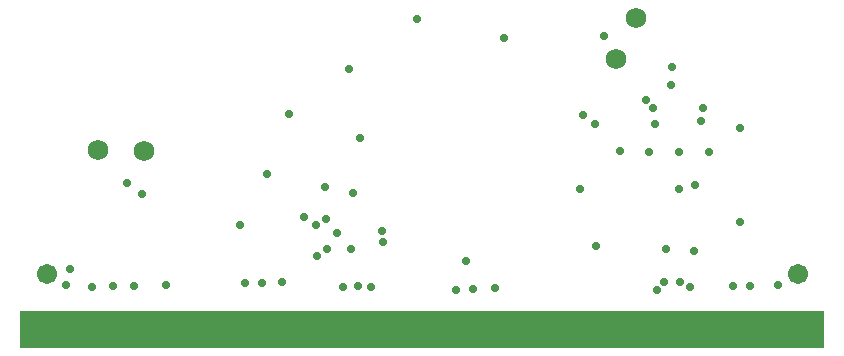
<source format=gbs>
G04*
G04 #@! TF.GenerationSoftware,Altium Limited,Altium Designer,20.0.11 (256)*
G04*
G04 Layer_Color=16711935*
%FSLAX25Y25*%
%MOIN*%
G70*
G01*
G75*
%ADD33R,0.04134X0.11417*%
%ADD34C,0.06902*%
%ADD35C,0.06706*%
%ADD36C,0.02800*%
G36*
X-984Y-984D02*
Y11024D01*
X267126D01*
Y-984D01*
X-984D01*
D02*
G37*
D33*
X9646Y5512D02*
D03*
X12008D02*
D03*
X14370D02*
D03*
X16732D02*
D03*
X19094D02*
D03*
X21457D02*
D03*
X23819D02*
D03*
X26181D02*
D03*
X28543D02*
D03*
X30906D02*
D03*
X33268D02*
D03*
X35630D02*
D03*
X37992D02*
D03*
X40354D02*
D03*
X42717D02*
D03*
X45079D02*
D03*
X47441D02*
D03*
X49803D02*
D03*
X52165D02*
D03*
X54528D02*
D03*
X71063D02*
D03*
X73425D02*
D03*
X75787D02*
D03*
X78150D02*
D03*
X80512D02*
D03*
X82874D02*
D03*
X85236D02*
D03*
X87598D02*
D03*
X89961D02*
D03*
X92323D02*
D03*
X94685D02*
D03*
X97047D02*
D03*
X99410D02*
D03*
X101772D02*
D03*
X104134D02*
D03*
X106496D02*
D03*
X108858D02*
D03*
X111221D02*
D03*
X113583D02*
D03*
X115945D02*
D03*
X118307D02*
D03*
X120669D02*
D03*
X123031D02*
D03*
X125394D02*
D03*
X127756D02*
D03*
X130118D02*
D03*
X132480D02*
D03*
X134843D02*
D03*
X137205D02*
D03*
X139567D02*
D03*
X141929D02*
D03*
X144291D02*
D03*
X146653D02*
D03*
X149016D02*
D03*
X151378D02*
D03*
X153740D02*
D03*
X156102D02*
D03*
X158465D02*
D03*
X160827D02*
D03*
X163189D02*
D03*
X165551D02*
D03*
X167913D02*
D03*
X170276D02*
D03*
X172638D02*
D03*
X175000D02*
D03*
X177362D02*
D03*
X179724D02*
D03*
X182087D02*
D03*
X184449D02*
D03*
X186811D02*
D03*
X189173D02*
D03*
X191535D02*
D03*
X193898D02*
D03*
X196260D02*
D03*
X198622D02*
D03*
X200984D02*
D03*
X203346D02*
D03*
X205709D02*
D03*
X208071D02*
D03*
X210433D02*
D03*
X212795D02*
D03*
X215158D02*
D03*
X217520D02*
D03*
X219882D02*
D03*
X222244D02*
D03*
X224606D02*
D03*
X226969D02*
D03*
X229331D02*
D03*
X231693D02*
D03*
X234055D02*
D03*
X236417D02*
D03*
X238779D02*
D03*
X241142D02*
D03*
X243504D02*
D03*
X245866D02*
D03*
X248228D02*
D03*
X250591D02*
D03*
X252953D02*
D03*
X255315D02*
D03*
X257677D02*
D03*
D34*
X25000Y64900D02*
D03*
X40400Y64400D02*
D03*
X204400Y108700D02*
D03*
X197800Y95100D02*
D03*
D35*
X7874Y23622D02*
D03*
X258268D02*
D03*
D36*
X39700Y50100D02*
D03*
X34700Y53700D02*
D03*
X223600Y31200D02*
D03*
X238900Y41000D02*
D03*
X215900Y86500D02*
D03*
X216370Y92600D02*
D03*
X225900Y74500D02*
D03*
X228800Y64300D02*
D03*
X210500Y73600D02*
D03*
X218500Y64200D02*
D03*
X209900Y78800D02*
D03*
X208600Y64300D02*
D03*
X207600Y81400D02*
D03*
X198900Y64500D02*
D03*
X226600Y79000D02*
D03*
X239100Y72200D02*
D03*
X224000Y53300D02*
D03*
X213600Y20800D02*
D03*
X211200Y18100D02*
D03*
X72200Y39800D02*
D03*
X218500Y51700D02*
D03*
X214300Y31700D02*
D03*
X185500Y51700D02*
D03*
X251600Y19800D02*
D03*
X242200Y19600D02*
D03*
X236800Y19500D02*
D03*
X222200Y19100D02*
D03*
X157300Y18700D02*
D03*
X150100Y18500D02*
D03*
X144200Y18300D02*
D03*
X106500Y19350D02*
D03*
X111600Y19400D02*
D03*
X86400Y20800D02*
D03*
X47600Y19954D02*
D03*
X73900Y20400D02*
D03*
X37000Y19600D02*
D03*
X30100Y19400D02*
D03*
X22900Y19200D02*
D03*
X191000Y33000D02*
D03*
X108600Y91900D02*
D03*
X131400Y108500D02*
D03*
X160300Y102200D02*
D03*
X97800Y39700D02*
D03*
X119600Y38000D02*
D03*
X193500Y102900D02*
D03*
X190600Y73500D02*
D03*
X186700Y76500D02*
D03*
X14400Y19700D02*
D03*
X15800Y25200D02*
D03*
X81400Y56900D02*
D03*
X112200Y69000D02*
D03*
X88800Y77000D02*
D03*
X104500Y37300D02*
D03*
X219100Y20800D02*
D03*
X147500Y27900D02*
D03*
X116000Y19291D02*
D03*
X109200Y31800D02*
D03*
X98000Y29600D02*
D03*
X101200Y31900D02*
D03*
X119900Y34300D02*
D03*
X101000Y42000D02*
D03*
X93500Y42500D02*
D03*
X100500Y52500D02*
D03*
X110000Y50500D02*
D03*
X79500Y20500D02*
D03*
M02*

</source>
